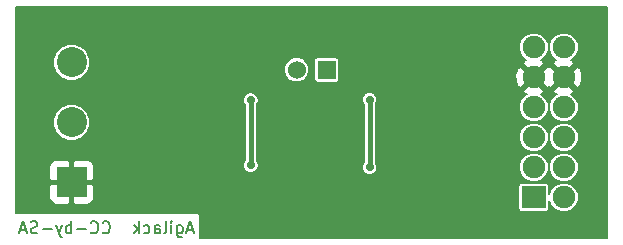
<source format=gbl>
G04 #@! TF.FileFunction,Copper,L2,Bot,Signal*
%FSLAX46Y46*%
G04 Gerber Fmt 4.6, Leading zero omitted, Abs format (unit mm)*
G04 Created by KiCad (PCBNEW 4.0.2+dfsg1-stable) date jeu. 13 juil. 2017 18:44:21 CEST*
%MOMM*%
G01*
G04 APERTURE LIST*
%ADD10C,0.100000*%
%ADD11C,0.152400*%
%ADD12R,2.000000X1.900000*%
%ADD13C,1.900000*%
%ADD14R,1.524000X1.524000*%
%ADD15C,1.524000*%
%ADD16R,2.540000X2.540000*%
%ADD17C,2.540000*%
%ADD18C,0.711200*%
%ADD19C,0.406400*%
%ADD20C,0.200000*%
G04 APERTURE END LIST*
D10*
D11*
X130814366Y-114288843D02*
X130861985Y-114336462D01*
X131004842Y-114384081D01*
X131100080Y-114384081D01*
X131242938Y-114336462D01*
X131338176Y-114241224D01*
X131385795Y-114145986D01*
X131433414Y-113955510D01*
X131433414Y-113812652D01*
X131385795Y-113622176D01*
X131338176Y-113526938D01*
X131242938Y-113431700D01*
X131100080Y-113384081D01*
X131004842Y-113384081D01*
X130861985Y-113431700D01*
X130814366Y-113479319D01*
X129814366Y-114288843D02*
X129861985Y-114336462D01*
X130004842Y-114384081D01*
X130100080Y-114384081D01*
X130242938Y-114336462D01*
X130338176Y-114241224D01*
X130385795Y-114145986D01*
X130433414Y-113955510D01*
X130433414Y-113812652D01*
X130385795Y-113622176D01*
X130338176Y-113526938D01*
X130242938Y-113431700D01*
X130100080Y-113384081D01*
X130004842Y-113384081D01*
X129861985Y-113431700D01*
X129814366Y-113479319D01*
X129385795Y-114003129D02*
X128623890Y-114003129D01*
X128147700Y-114384081D02*
X128147700Y-113384081D01*
X128147700Y-113765033D02*
X128052462Y-113717414D01*
X127861985Y-113717414D01*
X127766747Y-113765033D01*
X127719128Y-113812652D01*
X127671509Y-113907890D01*
X127671509Y-114193605D01*
X127719128Y-114288843D01*
X127766747Y-114336462D01*
X127861985Y-114384081D01*
X128052462Y-114384081D01*
X128147700Y-114336462D01*
X127338176Y-113717414D02*
X127100081Y-114384081D01*
X126861985Y-113717414D02*
X127100081Y-114384081D01*
X127195319Y-114622176D01*
X127242938Y-114669795D01*
X127338176Y-114717414D01*
X126481033Y-114003129D02*
X125719128Y-114003129D01*
X125290557Y-114336462D02*
X125147700Y-114384081D01*
X124909604Y-114384081D01*
X124814366Y-114336462D01*
X124766747Y-114288843D01*
X124719128Y-114193605D01*
X124719128Y-114098367D01*
X124766747Y-114003129D01*
X124814366Y-113955510D01*
X124909604Y-113907890D01*
X125100081Y-113860271D01*
X125195319Y-113812652D01*
X125242938Y-113765033D01*
X125290557Y-113669795D01*
X125290557Y-113574557D01*
X125242938Y-113479319D01*
X125195319Y-113431700D01*
X125100081Y-113384081D01*
X124861985Y-113384081D01*
X124719128Y-113431700D01*
X124338176Y-114098367D02*
X123861985Y-114098367D01*
X124433414Y-114384081D02*
X124100081Y-113384081D01*
X123766747Y-114384081D01*
X138442391Y-114098367D02*
X137966200Y-114098367D01*
X138537629Y-114384081D02*
X138204296Y-113384081D01*
X137870962Y-114384081D01*
X137109057Y-113717414D02*
X137109057Y-114526938D01*
X137156676Y-114622176D01*
X137204295Y-114669795D01*
X137299534Y-114717414D01*
X137442391Y-114717414D01*
X137537629Y-114669795D01*
X137109057Y-114336462D02*
X137204295Y-114384081D01*
X137394772Y-114384081D01*
X137490010Y-114336462D01*
X137537629Y-114288843D01*
X137585248Y-114193605D01*
X137585248Y-113907890D01*
X137537629Y-113812652D01*
X137490010Y-113765033D01*
X137394772Y-113717414D01*
X137204295Y-113717414D01*
X137109057Y-113765033D01*
X136632867Y-114384081D02*
X136632867Y-113717414D01*
X136632867Y-113384081D02*
X136680486Y-113431700D01*
X136632867Y-113479319D01*
X136585248Y-113431700D01*
X136632867Y-113384081D01*
X136632867Y-113479319D01*
X136013820Y-114384081D02*
X136109058Y-114336462D01*
X136156677Y-114241224D01*
X136156677Y-113384081D01*
X135204295Y-114384081D02*
X135204295Y-113860271D01*
X135251914Y-113765033D01*
X135347152Y-113717414D01*
X135537629Y-113717414D01*
X135632867Y-113765033D01*
X135204295Y-114336462D02*
X135299533Y-114384081D01*
X135537629Y-114384081D01*
X135632867Y-114336462D01*
X135680486Y-114241224D01*
X135680486Y-114145986D01*
X135632867Y-114050748D01*
X135537629Y-114003129D01*
X135299533Y-114003129D01*
X135204295Y-113955510D01*
X134299533Y-114336462D02*
X134394771Y-114384081D01*
X134585248Y-114384081D01*
X134680486Y-114336462D01*
X134728105Y-114288843D01*
X134775724Y-114193605D01*
X134775724Y-113907890D01*
X134728105Y-113812652D01*
X134680486Y-113765033D01*
X134585248Y-113717414D01*
X134394771Y-113717414D01*
X134299533Y-113765033D01*
X133870962Y-114384081D02*
X133870962Y-113384081D01*
X133775724Y-114003129D02*
X133490009Y-114384081D01*
X133490009Y-113717414D02*
X133870962Y-114098367D01*
D12*
X167309800Y-111350000D03*
D13*
X167309800Y-108810000D03*
X167309800Y-106270000D03*
X167309800Y-103730000D03*
X167309800Y-101190000D03*
X167309800Y-98650000D03*
X169849800Y-111350000D03*
X169849800Y-108810000D03*
X169849800Y-106270000D03*
X169849800Y-103730000D03*
X169849800Y-101190000D03*
X169849800Y-98650000D03*
D14*
X149771100Y-100558600D03*
D15*
X147231100Y-100558600D03*
D16*
X128181100Y-110080000D03*
D17*
X128181100Y-99920000D03*
X128181100Y-105000000D03*
D18*
X169913300Y-96304100D03*
X144475200Y-103085900D03*
X144716500Y-111252000D03*
X143357600Y-108648500D03*
X143357600Y-103111300D03*
X153416000Y-103098600D03*
X153416000Y-108813600D03*
D19*
X144475200Y-103085900D02*
X144475200Y-99707700D01*
X164938500Y-98818700D02*
X167309800Y-101190000D01*
X145364200Y-98818700D02*
X164938500Y-98818700D01*
X144475200Y-99707700D02*
X145364200Y-98818700D01*
X169913300Y-96304100D02*
X171119800Y-96304100D01*
X171932600Y-99107200D02*
X169849800Y-101190000D01*
X171932600Y-97116900D02*
X171932600Y-99107200D01*
X171119800Y-96304100D02*
X171932600Y-97116900D01*
X167309800Y-101190000D02*
X167300700Y-101190000D01*
X167309800Y-101190000D02*
X167313400Y-101190000D01*
X167313400Y-101190000D02*
X168579800Y-99923600D01*
X169846200Y-101190000D02*
X168579800Y-99923600D01*
X169849800Y-101190000D02*
X169846200Y-101190000D01*
X167309800Y-101190000D02*
X167306200Y-101193600D01*
X144475200Y-107035600D02*
X144716500Y-107276900D01*
X144475200Y-103085900D02*
X144475200Y-107035600D01*
X144716500Y-107276900D02*
X144716500Y-111252000D01*
X143357600Y-108648500D02*
X143357600Y-103111300D01*
X153416000Y-103098600D02*
X153416000Y-108813600D01*
D20*
G36*
X173525000Y-114785000D02*
X139012600Y-114785000D01*
X139012600Y-112801400D01*
X139009067Y-112783954D01*
X139009067Y-112703100D01*
X138921635Y-112703100D01*
X138912600Y-112701400D01*
X123475000Y-112701400D01*
X123475000Y-110386000D01*
X126303100Y-110386000D01*
X126303100Y-111470939D01*
X126395663Y-111694405D01*
X126566696Y-111865438D01*
X126790162Y-111958000D01*
X127875100Y-111958000D01*
X128027100Y-111806000D01*
X128027100Y-110234000D01*
X128335100Y-110234000D01*
X128335100Y-111806000D01*
X128487100Y-111958000D01*
X129572038Y-111958000D01*
X129795504Y-111865438D01*
X129966537Y-111694405D01*
X130059100Y-111470939D01*
X130059100Y-110400000D01*
X166003923Y-110400000D01*
X166003923Y-112300000D01*
X166024842Y-112411173D01*
X166090545Y-112513279D01*
X166190797Y-112581778D01*
X166309800Y-112605877D01*
X168309800Y-112605877D01*
X168420973Y-112584958D01*
X168523079Y-112519255D01*
X168591578Y-112419003D01*
X168615677Y-112300000D01*
X168615677Y-111636500D01*
X168789484Y-112057143D01*
X169140807Y-112409081D01*
X169600069Y-112599783D01*
X170097350Y-112600217D01*
X170556943Y-112410316D01*
X170908881Y-112058993D01*
X171099583Y-111599731D01*
X171100017Y-111102450D01*
X170910116Y-110642857D01*
X170558793Y-110290919D01*
X170099531Y-110100217D01*
X169602250Y-110099783D01*
X169142657Y-110289684D01*
X168790719Y-110641007D01*
X168615677Y-111062555D01*
X168615677Y-110400000D01*
X168594758Y-110288827D01*
X168529055Y-110186721D01*
X168428803Y-110118222D01*
X168309800Y-110094123D01*
X166309800Y-110094123D01*
X166198627Y-110115042D01*
X166096521Y-110180745D01*
X166028022Y-110280997D01*
X166003923Y-110400000D01*
X130059100Y-110400000D01*
X130059100Y-110386000D01*
X129907100Y-110234000D01*
X128335100Y-110234000D01*
X128027100Y-110234000D01*
X126455100Y-110234000D01*
X126303100Y-110386000D01*
X123475000Y-110386000D01*
X123475000Y-108689061D01*
X126303100Y-108689061D01*
X126303100Y-109774000D01*
X126455100Y-109926000D01*
X128027100Y-109926000D01*
X128027100Y-108354000D01*
X128335100Y-108354000D01*
X128335100Y-109926000D01*
X129907100Y-109926000D01*
X130059100Y-109774000D01*
X130059100Y-108689061D01*
X129966537Y-108465595D01*
X129795504Y-108294562D01*
X129572038Y-108202000D01*
X128487100Y-108202000D01*
X128335100Y-108354000D01*
X128027100Y-108354000D01*
X127875100Y-108202000D01*
X126790162Y-108202000D01*
X126566696Y-108294562D01*
X126395663Y-108465595D01*
X126303100Y-108689061D01*
X123475000Y-108689061D01*
X123475000Y-105310922D01*
X126610828Y-105310922D01*
X126849343Y-105888172D01*
X127290605Y-106330205D01*
X127867438Y-106569727D01*
X128492022Y-106570272D01*
X129069272Y-106331757D01*
X129511305Y-105890495D01*
X129750827Y-105313662D01*
X129751372Y-104689078D01*
X129512857Y-104111828D01*
X129071595Y-103669795D01*
X128494762Y-103430273D01*
X127870178Y-103429728D01*
X127292928Y-103668243D01*
X126850895Y-104109505D01*
X126611373Y-104686338D01*
X126610828Y-105310922D01*
X123475000Y-105310922D01*
X123475000Y-103241135D01*
X142701886Y-103241135D01*
X142801485Y-103482182D01*
X142854400Y-103535189D01*
X142854400Y-108224472D01*
X142802133Y-108276648D01*
X142702114Y-108517521D01*
X142701886Y-108778335D01*
X142801485Y-109019382D01*
X142985748Y-109203967D01*
X143226621Y-109303986D01*
X143487435Y-109304214D01*
X143728482Y-109204615D01*
X143913067Y-109020352D01*
X144013086Y-108779479D01*
X144013314Y-108518665D01*
X143913715Y-108277618D01*
X143860800Y-108224611D01*
X143860800Y-103535328D01*
X143913067Y-103483152D01*
X144013086Y-103242279D01*
X144013098Y-103228435D01*
X152760286Y-103228435D01*
X152859885Y-103469482D01*
X152912800Y-103522489D01*
X152912800Y-108389572D01*
X152860533Y-108441748D01*
X152760514Y-108682621D01*
X152760286Y-108943435D01*
X152859885Y-109184482D01*
X153044148Y-109369067D01*
X153285021Y-109469086D01*
X153545835Y-109469314D01*
X153786882Y-109369715D01*
X153971467Y-109185452D01*
X154024576Y-109057550D01*
X166059583Y-109057550D01*
X166249484Y-109517143D01*
X166600807Y-109869081D01*
X167060069Y-110059783D01*
X167557350Y-110060217D01*
X168016943Y-109870316D01*
X168368881Y-109518993D01*
X168559583Y-109059731D01*
X168559584Y-109057550D01*
X168599583Y-109057550D01*
X168789484Y-109517143D01*
X169140807Y-109869081D01*
X169600069Y-110059783D01*
X170097350Y-110060217D01*
X170556943Y-109870316D01*
X170908881Y-109518993D01*
X171099583Y-109059731D01*
X171100017Y-108562450D01*
X170910116Y-108102857D01*
X170558793Y-107750919D01*
X170099531Y-107560217D01*
X169602250Y-107559783D01*
X169142657Y-107749684D01*
X168790719Y-108101007D01*
X168600017Y-108560269D01*
X168599583Y-109057550D01*
X168559584Y-109057550D01*
X168560017Y-108562450D01*
X168370116Y-108102857D01*
X168018793Y-107750919D01*
X167559531Y-107560217D01*
X167062250Y-107559783D01*
X166602657Y-107749684D01*
X166250719Y-108101007D01*
X166060017Y-108560269D01*
X166059583Y-109057550D01*
X154024576Y-109057550D01*
X154071486Y-108944579D01*
X154071714Y-108683765D01*
X153972115Y-108442718D01*
X153919200Y-108389711D01*
X153919200Y-106517550D01*
X166059583Y-106517550D01*
X166249484Y-106977143D01*
X166600807Y-107329081D01*
X167060069Y-107519783D01*
X167557350Y-107520217D01*
X168016943Y-107330316D01*
X168368881Y-106978993D01*
X168559583Y-106519731D01*
X168559584Y-106517550D01*
X168599583Y-106517550D01*
X168789484Y-106977143D01*
X169140807Y-107329081D01*
X169600069Y-107519783D01*
X170097350Y-107520217D01*
X170556943Y-107330316D01*
X170908881Y-106978993D01*
X171099583Y-106519731D01*
X171100017Y-106022450D01*
X170910116Y-105562857D01*
X170558793Y-105210919D01*
X170099531Y-105020217D01*
X169602250Y-105019783D01*
X169142657Y-105209684D01*
X168790719Y-105561007D01*
X168600017Y-106020269D01*
X168599583Y-106517550D01*
X168559584Y-106517550D01*
X168560017Y-106022450D01*
X168370116Y-105562857D01*
X168018793Y-105210919D01*
X167559531Y-105020217D01*
X167062250Y-105019783D01*
X166602657Y-105209684D01*
X166250719Y-105561007D01*
X166060017Y-106020269D01*
X166059583Y-106517550D01*
X153919200Y-106517550D01*
X153919200Y-103977550D01*
X166059583Y-103977550D01*
X166249484Y-104437143D01*
X166600807Y-104789081D01*
X167060069Y-104979783D01*
X167557350Y-104980217D01*
X168016943Y-104790316D01*
X168368881Y-104438993D01*
X168559583Y-103979731D01*
X168559584Y-103977550D01*
X168599583Y-103977550D01*
X168789484Y-104437143D01*
X169140807Y-104789081D01*
X169600069Y-104979783D01*
X170097350Y-104980217D01*
X170556943Y-104790316D01*
X170908881Y-104438993D01*
X171099583Y-103979731D01*
X171100017Y-103482450D01*
X170910116Y-103022857D01*
X170558793Y-102670919D01*
X170472401Y-102635046D01*
X170654524Y-102559608D01*
X170750827Y-102308815D01*
X169849800Y-101407789D01*
X168948773Y-102308815D01*
X169045076Y-102559608D01*
X169242661Y-102628363D01*
X169142657Y-102669684D01*
X168790719Y-103021007D01*
X168600017Y-103480269D01*
X168599583Y-103977550D01*
X168559584Y-103977550D01*
X168560017Y-103482450D01*
X168370116Y-103022857D01*
X168018793Y-102670919D01*
X167932401Y-102635046D01*
X168114524Y-102559608D01*
X168210827Y-102308815D01*
X167309800Y-101407789D01*
X166408773Y-102308815D01*
X166505076Y-102559608D01*
X166702661Y-102628363D01*
X166602657Y-102669684D01*
X166250719Y-103021007D01*
X166060017Y-103480269D01*
X166059583Y-103977550D01*
X153919200Y-103977550D01*
X153919200Y-103522628D01*
X153971467Y-103470452D01*
X154071486Y-103229579D01*
X154071714Y-102968765D01*
X153972115Y-102727718D01*
X153787852Y-102543133D01*
X153546979Y-102443114D01*
X153286165Y-102442886D01*
X153045118Y-102542485D01*
X152860533Y-102726748D01*
X152760514Y-102967621D01*
X152760286Y-103228435D01*
X144013098Y-103228435D01*
X144013314Y-102981465D01*
X143913715Y-102740418D01*
X143729452Y-102555833D01*
X143488579Y-102455814D01*
X143227765Y-102455586D01*
X142986718Y-102555185D01*
X142802133Y-102739448D01*
X142702114Y-102980321D01*
X142701886Y-103241135D01*
X123475000Y-103241135D01*
X123475000Y-100230922D01*
X126610828Y-100230922D01*
X126849343Y-100808172D01*
X127290605Y-101250205D01*
X127867438Y-101489727D01*
X128492022Y-101490272D01*
X129069272Y-101251757D01*
X129511305Y-100810495D01*
X129528569Y-100768918D01*
X146168916Y-100768918D01*
X146330255Y-101159389D01*
X146628740Y-101458395D01*
X147018928Y-101620415D01*
X147441418Y-101620784D01*
X147831889Y-101459445D01*
X148130895Y-101160960D01*
X148292915Y-100770772D01*
X148293284Y-100348282D01*
X148131945Y-99957811D01*
X147971015Y-99796600D01*
X148703223Y-99796600D01*
X148703223Y-101320600D01*
X148724142Y-101431773D01*
X148789845Y-101533879D01*
X148890097Y-101602378D01*
X149009100Y-101626477D01*
X150533100Y-101626477D01*
X150644273Y-101605558D01*
X150746379Y-101539855D01*
X150814878Y-101439603D01*
X150838977Y-101320600D01*
X150838977Y-100970658D01*
X165736492Y-100970658D01*
X165772314Y-101589433D01*
X165940192Y-101994724D01*
X166190985Y-102091027D01*
X167092011Y-101190000D01*
X167527589Y-101190000D01*
X168428615Y-102091027D01*
X168579800Y-102032973D01*
X168730985Y-102091027D01*
X169632011Y-101190000D01*
X170067589Y-101190000D01*
X170968615Y-102091027D01*
X171219408Y-101994724D01*
X171423108Y-101409342D01*
X171387286Y-100790567D01*
X171219408Y-100385276D01*
X170968615Y-100288973D01*
X170067589Y-101190000D01*
X169632011Y-101190000D01*
X168730985Y-100288973D01*
X168579800Y-100347027D01*
X168428615Y-100288973D01*
X167527589Y-101190000D01*
X167092011Y-101190000D01*
X166190985Y-100288973D01*
X165940192Y-100385276D01*
X165736492Y-100970658D01*
X150838977Y-100970658D01*
X150838977Y-99796600D01*
X150818058Y-99685427D01*
X150752355Y-99583321D01*
X150652103Y-99514822D01*
X150533100Y-99490723D01*
X149009100Y-99490723D01*
X148897927Y-99511642D01*
X148795821Y-99577345D01*
X148727322Y-99677597D01*
X148703223Y-99796600D01*
X147971015Y-99796600D01*
X147833460Y-99658805D01*
X147443272Y-99496785D01*
X147020782Y-99496416D01*
X146630311Y-99657755D01*
X146331305Y-99956240D01*
X146169285Y-100346428D01*
X146168916Y-100768918D01*
X129528569Y-100768918D01*
X129750827Y-100233662D01*
X129751372Y-99609078D01*
X129512857Y-99031828D01*
X129378814Y-98897550D01*
X166059583Y-98897550D01*
X166249484Y-99357143D01*
X166600807Y-99709081D01*
X166687199Y-99744954D01*
X166505076Y-99820392D01*
X166408773Y-100071185D01*
X167309800Y-100972211D01*
X168210827Y-100071185D01*
X168114524Y-99820392D01*
X167916939Y-99751637D01*
X168016943Y-99710316D01*
X168368881Y-99358993D01*
X168559583Y-98899731D01*
X168559584Y-98897550D01*
X168599583Y-98897550D01*
X168789484Y-99357143D01*
X169140807Y-99709081D01*
X169227199Y-99744954D01*
X169045076Y-99820392D01*
X168948773Y-100071185D01*
X169849800Y-100972211D01*
X170750827Y-100071185D01*
X170654524Y-99820392D01*
X170456939Y-99751637D01*
X170556943Y-99710316D01*
X170908881Y-99358993D01*
X171099583Y-98899731D01*
X171100017Y-98402450D01*
X170910116Y-97942857D01*
X170558793Y-97590919D01*
X170099531Y-97400217D01*
X169602250Y-97399783D01*
X169142657Y-97589684D01*
X168790719Y-97941007D01*
X168600017Y-98400269D01*
X168599583Y-98897550D01*
X168559584Y-98897550D01*
X168560017Y-98402450D01*
X168370116Y-97942857D01*
X168018793Y-97590919D01*
X167559531Y-97400217D01*
X167062250Y-97399783D01*
X166602657Y-97589684D01*
X166250719Y-97941007D01*
X166060017Y-98400269D01*
X166059583Y-98897550D01*
X129378814Y-98897550D01*
X129071595Y-98589795D01*
X128494762Y-98350273D01*
X127870178Y-98349728D01*
X127292928Y-98588243D01*
X126850895Y-99029505D01*
X126611373Y-99606338D01*
X126610828Y-100230922D01*
X123475000Y-100230922D01*
X123475000Y-95215000D01*
X173525000Y-95215000D01*
X173525000Y-114785000D01*
X173525000Y-114785000D01*
G37*
X173525000Y-114785000D02*
X139012600Y-114785000D01*
X139012600Y-112801400D01*
X139009067Y-112783954D01*
X139009067Y-112703100D01*
X138921635Y-112703100D01*
X138912600Y-112701400D01*
X123475000Y-112701400D01*
X123475000Y-110386000D01*
X126303100Y-110386000D01*
X126303100Y-111470939D01*
X126395663Y-111694405D01*
X126566696Y-111865438D01*
X126790162Y-111958000D01*
X127875100Y-111958000D01*
X128027100Y-111806000D01*
X128027100Y-110234000D01*
X128335100Y-110234000D01*
X128335100Y-111806000D01*
X128487100Y-111958000D01*
X129572038Y-111958000D01*
X129795504Y-111865438D01*
X129966537Y-111694405D01*
X130059100Y-111470939D01*
X130059100Y-110400000D01*
X166003923Y-110400000D01*
X166003923Y-112300000D01*
X166024842Y-112411173D01*
X166090545Y-112513279D01*
X166190797Y-112581778D01*
X166309800Y-112605877D01*
X168309800Y-112605877D01*
X168420973Y-112584958D01*
X168523079Y-112519255D01*
X168591578Y-112419003D01*
X168615677Y-112300000D01*
X168615677Y-111636500D01*
X168789484Y-112057143D01*
X169140807Y-112409081D01*
X169600069Y-112599783D01*
X170097350Y-112600217D01*
X170556943Y-112410316D01*
X170908881Y-112058993D01*
X171099583Y-111599731D01*
X171100017Y-111102450D01*
X170910116Y-110642857D01*
X170558793Y-110290919D01*
X170099531Y-110100217D01*
X169602250Y-110099783D01*
X169142657Y-110289684D01*
X168790719Y-110641007D01*
X168615677Y-111062555D01*
X168615677Y-110400000D01*
X168594758Y-110288827D01*
X168529055Y-110186721D01*
X168428803Y-110118222D01*
X168309800Y-110094123D01*
X166309800Y-110094123D01*
X166198627Y-110115042D01*
X166096521Y-110180745D01*
X166028022Y-110280997D01*
X166003923Y-110400000D01*
X130059100Y-110400000D01*
X130059100Y-110386000D01*
X129907100Y-110234000D01*
X128335100Y-110234000D01*
X128027100Y-110234000D01*
X126455100Y-110234000D01*
X126303100Y-110386000D01*
X123475000Y-110386000D01*
X123475000Y-108689061D01*
X126303100Y-108689061D01*
X126303100Y-109774000D01*
X126455100Y-109926000D01*
X128027100Y-109926000D01*
X128027100Y-108354000D01*
X128335100Y-108354000D01*
X128335100Y-109926000D01*
X129907100Y-109926000D01*
X130059100Y-109774000D01*
X130059100Y-108689061D01*
X129966537Y-108465595D01*
X129795504Y-108294562D01*
X129572038Y-108202000D01*
X128487100Y-108202000D01*
X128335100Y-108354000D01*
X128027100Y-108354000D01*
X127875100Y-108202000D01*
X126790162Y-108202000D01*
X126566696Y-108294562D01*
X126395663Y-108465595D01*
X126303100Y-108689061D01*
X123475000Y-108689061D01*
X123475000Y-105310922D01*
X126610828Y-105310922D01*
X126849343Y-105888172D01*
X127290605Y-106330205D01*
X127867438Y-106569727D01*
X128492022Y-106570272D01*
X129069272Y-106331757D01*
X129511305Y-105890495D01*
X129750827Y-105313662D01*
X129751372Y-104689078D01*
X129512857Y-104111828D01*
X129071595Y-103669795D01*
X128494762Y-103430273D01*
X127870178Y-103429728D01*
X127292928Y-103668243D01*
X126850895Y-104109505D01*
X126611373Y-104686338D01*
X126610828Y-105310922D01*
X123475000Y-105310922D01*
X123475000Y-103241135D01*
X142701886Y-103241135D01*
X142801485Y-103482182D01*
X142854400Y-103535189D01*
X142854400Y-108224472D01*
X142802133Y-108276648D01*
X142702114Y-108517521D01*
X142701886Y-108778335D01*
X142801485Y-109019382D01*
X142985748Y-109203967D01*
X143226621Y-109303986D01*
X143487435Y-109304214D01*
X143728482Y-109204615D01*
X143913067Y-109020352D01*
X144013086Y-108779479D01*
X144013314Y-108518665D01*
X143913715Y-108277618D01*
X143860800Y-108224611D01*
X143860800Y-103535328D01*
X143913067Y-103483152D01*
X144013086Y-103242279D01*
X144013098Y-103228435D01*
X152760286Y-103228435D01*
X152859885Y-103469482D01*
X152912800Y-103522489D01*
X152912800Y-108389572D01*
X152860533Y-108441748D01*
X152760514Y-108682621D01*
X152760286Y-108943435D01*
X152859885Y-109184482D01*
X153044148Y-109369067D01*
X153285021Y-109469086D01*
X153545835Y-109469314D01*
X153786882Y-109369715D01*
X153971467Y-109185452D01*
X154024576Y-109057550D01*
X166059583Y-109057550D01*
X166249484Y-109517143D01*
X166600807Y-109869081D01*
X167060069Y-110059783D01*
X167557350Y-110060217D01*
X168016943Y-109870316D01*
X168368881Y-109518993D01*
X168559583Y-109059731D01*
X168559584Y-109057550D01*
X168599583Y-109057550D01*
X168789484Y-109517143D01*
X169140807Y-109869081D01*
X169600069Y-110059783D01*
X170097350Y-110060217D01*
X170556943Y-109870316D01*
X170908881Y-109518993D01*
X171099583Y-109059731D01*
X171100017Y-108562450D01*
X170910116Y-108102857D01*
X170558793Y-107750919D01*
X170099531Y-107560217D01*
X169602250Y-107559783D01*
X169142657Y-107749684D01*
X168790719Y-108101007D01*
X168600017Y-108560269D01*
X168599583Y-109057550D01*
X168559584Y-109057550D01*
X168560017Y-108562450D01*
X168370116Y-108102857D01*
X168018793Y-107750919D01*
X167559531Y-107560217D01*
X167062250Y-107559783D01*
X166602657Y-107749684D01*
X166250719Y-108101007D01*
X166060017Y-108560269D01*
X166059583Y-109057550D01*
X154024576Y-109057550D01*
X154071486Y-108944579D01*
X154071714Y-108683765D01*
X153972115Y-108442718D01*
X153919200Y-108389711D01*
X153919200Y-106517550D01*
X166059583Y-106517550D01*
X166249484Y-106977143D01*
X166600807Y-107329081D01*
X167060069Y-107519783D01*
X167557350Y-107520217D01*
X168016943Y-107330316D01*
X168368881Y-106978993D01*
X168559583Y-106519731D01*
X168559584Y-106517550D01*
X168599583Y-106517550D01*
X168789484Y-106977143D01*
X169140807Y-107329081D01*
X169600069Y-107519783D01*
X170097350Y-107520217D01*
X170556943Y-107330316D01*
X170908881Y-106978993D01*
X171099583Y-106519731D01*
X171100017Y-106022450D01*
X170910116Y-105562857D01*
X170558793Y-105210919D01*
X170099531Y-105020217D01*
X169602250Y-105019783D01*
X169142657Y-105209684D01*
X168790719Y-105561007D01*
X168600017Y-106020269D01*
X168599583Y-106517550D01*
X168559584Y-106517550D01*
X168560017Y-106022450D01*
X168370116Y-105562857D01*
X168018793Y-105210919D01*
X167559531Y-105020217D01*
X167062250Y-105019783D01*
X166602657Y-105209684D01*
X166250719Y-105561007D01*
X166060017Y-106020269D01*
X166059583Y-106517550D01*
X153919200Y-106517550D01*
X153919200Y-103977550D01*
X166059583Y-103977550D01*
X166249484Y-104437143D01*
X166600807Y-104789081D01*
X167060069Y-104979783D01*
X167557350Y-104980217D01*
X168016943Y-104790316D01*
X168368881Y-104438993D01*
X168559583Y-103979731D01*
X168559584Y-103977550D01*
X168599583Y-103977550D01*
X168789484Y-104437143D01*
X169140807Y-104789081D01*
X169600069Y-104979783D01*
X170097350Y-104980217D01*
X170556943Y-104790316D01*
X170908881Y-104438993D01*
X171099583Y-103979731D01*
X171100017Y-103482450D01*
X170910116Y-103022857D01*
X170558793Y-102670919D01*
X170472401Y-102635046D01*
X170654524Y-102559608D01*
X170750827Y-102308815D01*
X169849800Y-101407789D01*
X168948773Y-102308815D01*
X169045076Y-102559608D01*
X169242661Y-102628363D01*
X169142657Y-102669684D01*
X168790719Y-103021007D01*
X168600017Y-103480269D01*
X168599583Y-103977550D01*
X168559584Y-103977550D01*
X168560017Y-103482450D01*
X168370116Y-103022857D01*
X168018793Y-102670919D01*
X167932401Y-102635046D01*
X168114524Y-102559608D01*
X168210827Y-102308815D01*
X167309800Y-101407789D01*
X166408773Y-102308815D01*
X166505076Y-102559608D01*
X166702661Y-102628363D01*
X166602657Y-102669684D01*
X166250719Y-103021007D01*
X166060017Y-103480269D01*
X166059583Y-103977550D01*
X153919200Y-103977550D01*
X153919200Y-103522628D01*
X153971467Y-103470452D01*
X154071486Y-103229579D01*
X154071714Y-102968765D01*
X153972115Y-102727718D01*
X153787852Y-102543133D01*
X153546979Y-102443114D01*
X153286165Y-102442886D01*
X153045118Y-102542485D01*
X152860533Y-102726748D01*
X152760514Y-102967621D01*
X152760286Y-103228435D01*
X144013098Y-103228435D01*
X144013314Y-102981465D01*
X143913715Y-102740418D01*
X143729452Y-102555833D01*
X143488579Y-102455814D01*
X143227765Y-102455586D01*
X142986718Y-102555185D01*
X142802133Y-102739448D01*
X142702114Y-102980321D01*
X142701886Y-103241135D01*
X123475000Y-103241135D01*
X123475000Y-100230922D01*
X126610828Y-100230922D01*
X126849343Y-100808172D01*
X127290605Y-101250205D01*
X127867438Y-101489727D01*
X128492022Y-101490272D01*
X129069272Y-101251757D01*
X129511305Y-100810495D01*
X129528569Y-100768918D01*
X146168916Y-100768918D01*
X146330255Y-101159389D01*
X146628740Y-101458395D01*
X147018928Y-101620415D01*
X147441418Y-101620784D01*
X147831889Y-101459445D01*
X148130895Y-101160960D01*
X148292915Y-100770772D01*
X148293284Y-100348282D01*
X148131945Y-99957811D01*
X147971015Y-99796600D01*
X148703223Y-99796600D01*
X148703223Y-101320600D01*
X148724142Y-101431773D01*
X148789845Y-101533879D01*
X148890097Y-101602378D01*
X149009100Y-101626477D01*
X150533100Y-101626477D01*
X150644273Y-101605558D01*
X150746379Y-101539855D01*
X150814878Y-101439603D01*
X150838977Y-101320600D01*
X150838977Y-100970658D01*
X165736492Y-100970658D01*
X165772314Y-101589433D01*
X165940192Y-101994724D01*
X166190985Y-102091027D01*
X167092011Y-101190000D01*
X167527589Y-101190000D01*
X168428615Y-102091027D01*
X168579800Y-102032973D01*
X168730985Y-102091027D01*
X169632011Y-101190000D01*
X170067589Y-101190000D01*
X170968615Y-102091027D01*
X171219408Y-101994724D01*
X171423108Y-101409342D01*
X171387286Y-100790567D01*
X171219408Y-100385276D01*
X170968615Y-100288973D01*
X170067589Y-101190000D01*
X169632011Y-101190000D01*
X168730985Y-100288973D01*
X168579800Y-100347027D01*
X168428615Y-100288973D01*
X167527589Y-101190000D01*
X167092011Y-101190000D01*
X166190985Y-100288973D01*
X165940192Y-100385276D01*
X165736492Y-100970658D01*
X150838977Y-100970658D01*
X150838977Y-99796600D01*
X150818058Y-99685427D01*
X150752355Y-99583321D01*
X150652103Y-99514822D01*
X150533100Y-99490723D01*
X149009100Y-99490723D01*
X148897927Y-99511642D01*
X148795821Y-99577345D01*
X148727322Y-99677597D01*
X148703223Y-99796600D01*
X147971015Y-99796600D01*
X147833460Y-99658805D01*
X147443272Y-99496785D01*
X147020782Y-99496416D01*
X146630311Y-99657755D01*
X146331305Y-99956240D01*
X146169285Y-100346428D01*
X146168916Y-100768918D01*
X129528569Y-100768918D01*
X129750827Y-100233662D01*
X129751372Y-99609078D01*
X129512857Y-99031828D01*
X129378814Y-98897550D01*
X166059583Y-98897550D01*
X166249484Y-99357143D01*
X166600807Y-99709081D01*
X166687199Y-99744954D01*
X166505076Y-99820392D01*
X166408773Y-100071185D01*
X167309800Y-100972211D01*
X168210827Y-100071185D01*
X168114524Y-99820392D01*
X167916939Y-99751637D01*
X168016943Y-99710316D01*
X168368881Y-99358993D01*
X168559583Y-98899731D01*
X168559584Y-98897550D01*
X168599583Y-98897550D01*
X168789484Y-99357143D01*
X169140807Y-99709081D01*
X169227199Y-99744954D01*
X169045076Y-99820392D01*
X168948773Y-100071185D01*
X169849800Y-100972211D01*
X170750827Y-100071185D01*
X170654524Y-99820392D01*
X170456939Y-99751637D01*
X170556943Y-99710316D01*
X170908881Y-99358993D01*
X171099583Y-98899731D01*
X171100017Y-98402450D01*
X170910116Y-97942857D01*
X170558793Y-97590919D01*
X170099531Y-97400217D01*
X169602250Y-97399783D01*
X169142657Y-97589684D01*
X168790719Y-97941007D01*
X168600017Y-98400269D01*
X168599583Y-98897550D01*
X168559584Y-98897550D01*
X168560017Y-98402450D01*
X168370116Y-97942857D01*
X168018793Y-97590919D01*
X167559531Y-97400217D01*
X167062250Y-97399783D01*
X166602657Y-97589684D01*
X166250719Y-97941007D01*
X166060017Y-98400269D01*
X166059583Y-98897550D01*
X129378814Y-98897550D01*
X129071595Y-98589795D01*
X128494762Y-98350273D01*
X127870178Y-98349728D01*
X127292928Y-98588243D01*
X126850895Y-99029505D01*
X126611373Y-99606338D01*
X126610828Y-100230922D01*
X123475000Y-100230922D01*
X123475000Y-95215000D01*
X173525000Y-95215000D01*
X173525000Y-114785000D01*
M02*

</source>
